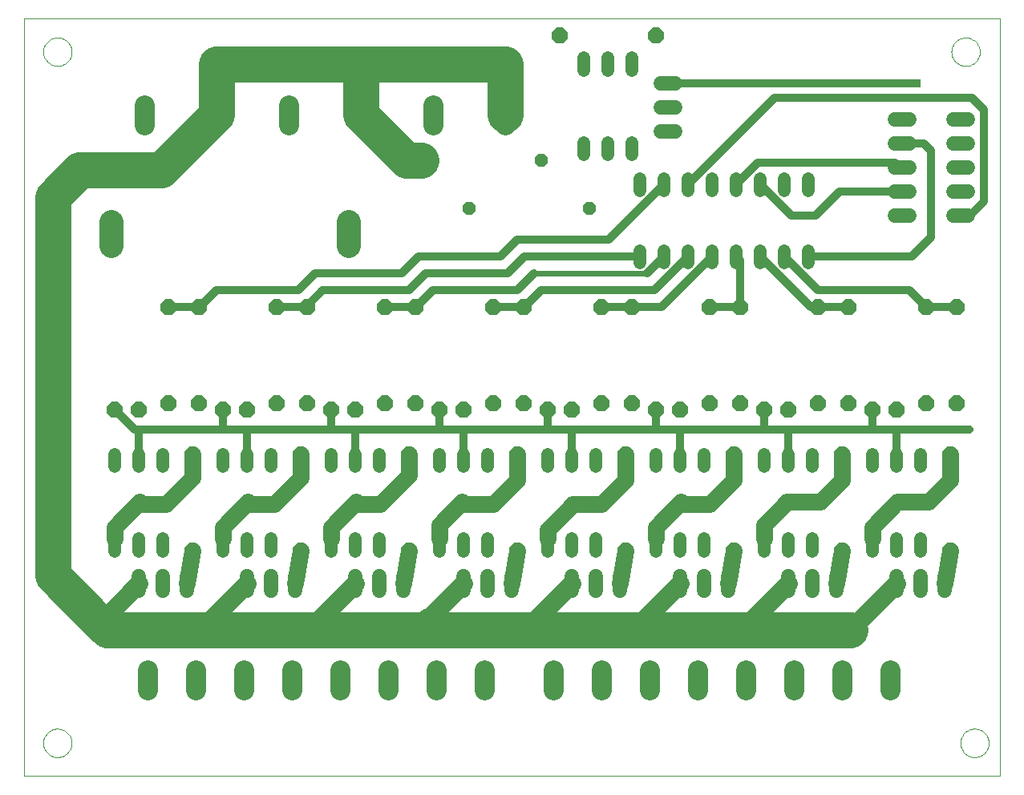
<source format=gtl>
G75*
%MOIN*%
%OFA0B0*%
%FSLAX24Y24*%
%IPPOS*%
%LPD*%
%AMOC8*
5,1,8,0,0,1.08239X$1,22.5*
%
%ADD10C,0.0000*%
%ADD11C,0.0600*%
%ADD12C,0.0520*%
%ADD13OC8,0.0660*%
%ADD14C,0.0825*%
%ADD15C,0.1000*%
%ADD16OC8,0.0560*%
%ADD17C,0.0320*%
%ADD18R,0.0356X0.0356*%
%ADD19C,0.0700*%
%ADD20C,0.1500*%
%ADD21C,0.0760*%
%ADD22C,0.0860*%
%ADD23C,0.0240*%
D10*
X000325Y000425D02*
X000325Y031921D01*
X040876Y031921D01*
X040876Y000425D01*
X000325Y000425D01*
X001109Y001800D02*
X001111Y001848D01*
X001117Y001896D01*
X001127Y001943D01*
X001140Y001989D01*
X001158Y002034D01*
X001178Y002078D01*
X001203Y002120D01*
X001231Y002159D01*
X001261Y002196D01*
X001295Y002230D01*
X001332Y002262D01*
X001370Y002291D01*
X001411Y002316D01*
X001454Y002338D01*
X001499Y002356D01*
X001545Y002370D01*
X001592Y002381D01*
X001640Y002388D01*
X001688Y002391D01*
X001736Y002390D01*
X001784Y002385D01*
X001832Y002376D01*
X001878Y002364D01*
X001923Y002347D01*
X001967Y002327D01*
X002009Y002304D01*
X002049Y002277D01*
X002087Y002247D01*
X002122Y002214D01*
X002154Y002178D01*
X002184Y002140D01*
X002210Y002099D01*
X002232Y002056D01*
X002252Y002012D01*
X002267Y001967D01*
X002279Y001920D01*
X002287Y001872D01*
X002291Y001824D01*
X002291Y001776D01*
X002287Y001728D01*
X002279Y001680D01*
X002267Y001633D01*
X002252Y001588D01*
X002232Y001544D01*
X002210Y001501D01*
X002184Y001460D01*
X002154Y001422D01*
X002122Y001386D01*
X002087Y001353D01*
X002049Y001323D01*
X002009Y001296D01*
X001967Y001273D01*
X001923Y001253D01*
X001878Y001236D01*
X001832Y001224D01*
X001784Y001215D01*
X001736Y001210D01*
X001688Y001209D01*
X001640Y001212D01*
X001592Y001219D01*
X001545Y001230D01*
X001499Y001244D01*
X001454Y001262D01*
X001411Y001284D01*
X001370Y001309D01*
X001332Y001338D01*
X001295Y001370D01*
X001261Y001404D01*
X001231Y001441D01*
X001203Y001480D01*
X001178Y001522D01*
X001158Y001566D01*
X001140Y001611D01*
X001127Y001657D01*
X001117Y001704D01*
X001111Y001752D01*
X001109Y001800D01*
X001109Y030550D02*
X001111Y030598D01*
X001117Y030646D01*
X001127Y030693D01*
X001140Y030739D01*
X001158Y030784D01*
X001178Y030828D01*
X001203Y030870D01*
X001231Y030909D01*
X001261Y030946D01*
X001295Y030980D01*
X001332Y031012D01*
X001370Y031041D01*
X001411Y031066D01*
X001454Y031088D01*
X001499Y031106D01*
X001545Y031120D01*
X001592Y031131D01*
X001640Y031138D01*
X001688Y031141D01*
X001736Y031140D01*
X001784Y031135D01*
X001832Y031126D01*
X001878Y031114D01*
X001923Y031097D01*
X001967Y031077D01*
X002009Y031054D01*
X002049Y031027D01*
X002087Y030997D01*
X002122Y030964D01*
X002154Y030928D01*
X002184Y030890D01*
X002210Y030849D01*
X002232Y030806D01*
X002252Y030762D01*
X002267Y030717D01*
X002279Y030670D01*
X002287Y030622D01*
X002291Y030574D01*
X002291Y030526D01*
X002287Y030478D01*
X002279Y030430D01*
X002267Y030383D01*
X002252Y030338D01*
X002232Y030294D01*
X002210Y030251D01*
X002184Y030210D01*
X002154Y030172D01*
X002122Y030136D01*
X002087Y030103D01*
X002049Y030073D01*
X002009Y030046D01*
X001967Y030023D01*
X001923Y030003D01*
X001878Y029986D01*
X001832Y029974D01*
X001784Y029965D01*
X001736Y029960D01*
X001688Y029959D01*
X001640Y029962D01*
X001592Y029969D01*
X001545Y029980D01*
X001499Y029994D01*
X001454Y030012D01*
X001411Y030034D01*
X001370Y030059D01*
X001332Y030088D01*
X001295Y030120D01*
X001261Y030154D01*
X001231Y030191D01*
X001203Y030230D01*
X001178Y030272D01*
X001158Y030316D01*
X001140Y030361D01*
X001127Y030407D01*
X001117Y030454D01*
X001111Y030502D01*
X001109Y030550D01*
X038859Y030550D02*
X038861Y030598D01*
X038867Y030646D01*
X038877Y030693D01*
X038890Y030739D01*
X038908Y030784D01*
X038928Y030828D01*
X038953Y030870D01*
X038981Y030909D01*
X039011Y030946D01*
X039045Y030980D01*
X039082Y031012D01*
X039120Y031041D01*
X039161Y031066D01*
X039204Y031088D01*
X039249Y031106D01*
X039295Y031120D01*
X039342Y031131D01*
X039390Y031138D01*
X039438Y031141D01*
X039486Y031140D01*
X039534Y031135D01*
X039582Y031126D01*
X039628Y031114D01*
X039673Y031097D01*
X039717Y031077D01*
X039759Y031054D01*
X039799Y031027D01*
X039837Y030997D01*
X039872Y030964D01*
X039904Y030928D01*
X039934Y030890D01*
X039960Y030849D01*
X039982Y030806D01*
X040002Y030762D01*
X040017Y030717D01*
X040029Y030670D01*
X040037Y030622D01*
X040041Y030574D01*
X040041Y030526D01*
X040037Y030478D01*
X040029Y030430D01*
X040017Y030383D01*
X040002Y030338D01*
X039982Y030294D01*
X039960Y030251D01*
X039934Y030210D01*
X039904Y030172D01*
X039872Y030136D01*
X039837Y030103D01*
X039799Y030073D01*
X039759Y030046D01*
X039717Y030023D01*
X039673Y030003D01*
X039628Y029986D01*
X039582Y029974D01*
X039534Y029965D01*
X039486Y029960D01*
X039438Y029959D01*
X039390Y029962D01*
X039342Y029969D01*
X039295Y029980D01*
X039249Y029994D01*
X039204Y030012D01*
X039161Y030034D01*
X039120Y030059D01*
X039082Y030088D01*
X039045Y030120D01*
X039011Y030154D01*
X038981Y030191D01*
X038953Y030230D01*
X038928Y030272D01*
X038908Y030316D01*
X038890Y030361D01*
X038877Y030407D01*
X038867Y030454D01*
X038861Y030502D01*
X038859Y030550D01*
X039234Y001800D02*
X039236Y001848D01*
X039242Y001896D01*
X039252Y001943D01*
X039265Y001989D01*
X039283Y002034D01*
X039303Y002078D01*
X039328Y002120D01*
X039356Y002159D01*
X039386Y002196D01*
X039420Y002230D01*
X039457Y002262D01*
X039495Y002291D01*
X039536Y002316D01*
X039579Y002338D01*
X039624Y002356D01*
X039670Y002370D01*
X039717Y002381D01*
X039765Y002388D01*
X039813Y002391D01*
X039861Y002390D01*
X039909Y002385D01*
X039957Y002376D01*
X040003Y002364D01*
X040048Y002347D01*
X040092Y002327D01*
X040134Y002304D01*
X040174Y002277D01*
X040212Y002247D01*
X040247Y002214D01*
X040279Y002178D01*
X040309Y002140D01*
X040335Y002099D01*
X040357Y002056D01*
X040377Y002012D01*
X040392Y001967D01*
X040404Y001920D01*
X040412Y001872D01*
X040416Y001824D01*
X040416Y001776D01*
X040412Y001728D01*
X040404Y001680D01*
X040392Y001633D01*
X040377Y001588D01*
X040357Y001544D01*
X040335Y001501D01*
X040309Y001460D01*
X040279Y001422D01*
X040247Y001386D01*
X040212Y001353D01*
X040174Y001323D01*
X040134Y001296D01*
X040092Y001273D01*
X040048Y001253D01*
X040003Y001236D01*
X039957Y001224D01*
X039909Y001215D01*
X039861Y001210D01*
X039813Y001209D01*
X039765Y001212D01*
X039717Y001219D01*
X039670Y001230D01*
X039624Y001244D01*
X039579Y001262D01*
X039536Y001284D01*
X039495Y001309D01*
X039457Y001338D01*
X039420Y001370D01*
X039386Y001404D01*
X039356Y001441D01*
X039328Y001480D01*
X039303Y001522D01*
X039283Y001566D01*
X039265Y001611D01*
X039252Y001657D01*
X039242Y001704D01*
X039236Y001752D01*
X039234Y001800D01*
D11*
X038575Y008125D02*
X038575Y008725D01*
X037575Y008725D02*
X037575Y008125D01*
X036575Y008125D02*
X036575Y008725D01*
X034075Y008725D02*
X034075Y008125D01*
X033075Y008125D02*
X033075Y008725D01*
X032075Y008725D02*
X032075Y008125D01*
X029575Y008125D02*
X029575Y008725D01*
X028575Y008725D02*
X028575Y008125D01*
X027575Y008125D02*
X027575Y008725D01*
X025075Y008725D02*
X025075Y008125D01*
X024075Y008125D02*
X024075Y008725D01*
X023075Y008725D02*
X023075Y008125D01*
X020575Y008125D02*
X020575Y008725D01*
X019575Y008725D02*
X019575Y008125D01*
X018575Y008125D02*
X018575Y008725D01*
X016075Y008725D02*
X016075Y008125D01*
X015075Y008125D02*
X015075Y008725D01*
X014075Y008725D02*
X014075Y008125D01*
X011575Y008125D02*
X011575Y008725D01*
X010575Y008725D02*
X010575Y008125D01*
X009575Y008125D02*
X009575Y008725D01*
X007075Y008725D02*
X007075Y008125D01*
X006075Y008125D02*
X006075Y008725D01*
X005075Y008725D02*
X005075Y008125D01*
X026775Y027225D02*
X027375Y027225D01*
X027375Y028225D02*
X026775Y028225D01*
X026775Y029225D02*
X027375Y029225D01*
X036525Y027725D02*
X037125Y027725D01*
X037125Y026725D02*
X036525Y026725D01*
X036525Y025725D02*
X037125Y025725D01*
X037125Y024725D02*
X036525Y024725D01*
X036525Y023725D02*
X037125Y023725D01*
X038945Y023734D02*
X039545Y023734D01*
X039545Y024734D02*
X038945Y024734D01*
X038945Y025734D02*
X039545Y025734D01*
X039545Y026734D02*
X038945Y026734D01*
X038945Y027734D02*
X039545Y027734D01*
D12*
X032925Y025285D02*
X032925Y024765D01*
X031925Y024765D02*
X031925Y025285D01*
X030925Y025285D02*
X030925Y024765D01*
X029925Y024765D02*
X029925Y025285D01*
X028925Y025285D02*
X028925Y024765D01*
X027925Y024765D02*
X027925Y025285D01*
X026925Y025285D02*
X026925Y024765D01*
X025925Y024765D02*
X025925Y025285D01*
X025575Y026255D02*
X025575Y026775D01*
X024575Y026775D02*
X024575Y026255D01*
X023575Y026255D02*
X023575Y026775D01*
X023575Y029775D02*
X023575Y030295D01*
X024575Y030295D02*
X024575Y029775D01*
X025575Y029775D02*
X025575Y030295D01*
X025925Y022285D02*
X025925Y021765D01*
X026925Y021765D02*
X026925Y022285D01*
X027925Y022285D02*
X027925Y021765D01*
X028925Y021765D02*
X028925Y022285D01*
X029925Y022285D02*
X029925Y021765D01*
X030925Y021765D02*
X030925Y022285D01*
X031925Y022285D02*
X031925Y021765D01*
X032925Y021765D02*
X032925Y022285D01*
X033075Y013820D02*
X033075Y013300D01*
X032075Y013300D02*
X032075Y013820D01*
X031075Y013820D02*
X031075Y013300D01*
X028575Y013300D02*
X028575Y013820D01*
X027575Y013820D02*
X027575Y013300D01*
X026575Y013300D02*
X026575Y013820D01*
X024075Y013820D02*
X024075Y013300D01*
X023075Y013300D02*
X023075Y013820D01*
X022075Y013820D02*
X022075Y013300D01*
X019575Y013300D02*
X019575Y013820D01*
X018575Y013820D02*
X018575Y013300D01*
X017575Y013300D02*
X017575Y013820D01*
X015075Y013820D02*
X015075Y013300D01*
X014075Y013300D02*
X014075Y013820D01*
X013075Y013820D02*
X013075Y013300D01*
X010575Y013300D02*
X010575Y013820D01*
X009575Y013820D02*
X009575Y013300D01*
X008575Y013300D02*
X008575Y013820D01*
X006075Y013820D02*
X006075Y013300D01*
X005075Y013300D02*
X005075Y013820D01*
X004075Y013820D02*
X004075Y013300D01*
X004075Y010300D02*
X004075Y009780D01*
X005075Y009780D02*
X005075Y010300D01*
X006075Y010300D02*
X006075Y009780D01*
X008575Y009780D02*
X008575Y010300D01*
X009575Y010300D02*
X009575Y009780D01*
X010575Y009780D02*
X010575Y010300D01*
X013075Y010300D02*
X013075Y009780D01*
X014075Y009780D02*
X014075Y010300D01*
X015075Y010300D02*
X015075Y009780D01*
X017575Y009780D02*
X017575Y010300D01*
X018575Y010300D02*
X018575Y009780D01*
X019575Y009780D02*
X019575Y010300D01*
X022075Y010300D02*
X022075Y009780D01*
X023075Y009780D02*
X023075Y010300D01*
X024075Y010300D02*
X024075Y009780D01*
X026575Y009780D02*
X026575Y010300D01*
X027575Y010300D02*
X027575Y009780D01*
X028575Y009780D02*
X028575Y010300D01*
X031075Y010300D02*
X031075Y009780D01*
X032075Y009780D02*
X032075Y010300D01*
X033075Y010300D02*
X033075Y009780D01*
X035575Y009780D02*
X035575Y010300D01*
X036575Y010300D02*
X036575Y009780D01*
X037575Y009780D02*
X037575Y010300D01*
X037575Y013300D02*
X037575Y013820D01*
X036575Y013820D02*
X036575Y013300D01*
X035575Y013300D02*
X035575Y013820D01*
D13*
X034325Y013800D03*
X035575Y015675D03*
X034575Y015925D03*
X033325Y015925D03*
X032075Y015675D03*
X031075Y015675D03*
X030075Y015925D03*
X028825Y015925D03*
X027575Y015675D03*
X026575Y015675D03*
X025575Y015925D03*
X024325Y015925D03*
X023075Y015675D03*
X022075Y015675D03*
X021075Y015925D03*
X019825Y015925D03*
X018575Y015675D03*
X017575Y015675D03*
X016575Y015925D03*
X015325Y015925D03*
X014075Y015675D03*
X013075Y015675D03*
X012075Y015925D03*
X010825Y015925D03*
X009575Y015675D03*
X008575Y015675D03*
X007575Y015925D03*
X006325Y015925D03*
X005075Y015675D03*
X004075Y015675D03*
X007325Y013800D03*
X011825Y013800D03*
X016325Y013800D03*
X020825Y013800D03*
X025325Y013800D03*
X029825Y013800D03*
X029825Y009800D03*
X025325Y009800D03*
X020825Y009800D03*
X016325Y009800D03*
X011825Y009800D03*
X007325Y009800D03*
X007575Y019925D03*
X006325Y019925D03*
X010825Y019925D03*
X012075Y019925D03*
X015325Y019925D03*
X016575Y019925D03*
X019825Y019925D03*
X021075Y019925D03*
X024325Y019925D03*
X025575Y019925D03*
X028825Y019925D03*
X030075Y019925D03*
X033325Y019925D03*
X034575Y019925D03*
X037825Y019925D03*
X039075Y019925D03*
X039075Y015925D03*
X037825Y015925D03*
X036575Y015675D03*
X038825Y013800D03*
X038825Y009800D03*
X034325Y009800D03*
X026575Y031225D03*
X022575Y031225D03*
D14*
X020325Y028338D02*
X020325Y027513D01*
X017325Y027513D02*
X017325Y028338D01*
X014325Y028338D02*
X014325Y027513D01*
X011325Y027513D02*
X011325Y028338D01*
X008325Y028338D02*
X008325Y027513D01*
X005325Y027513D02*
X005325Y028338D01*
X005450Y004838D02*
X005450Y004013D01*
X007450Y004013D02*
X007450Y004838D01*
X009450Y004838D02*
X009450Y004013D01*
X011450Y004013D02*
X011450Y004838D01*
X013450Y004838D02*
X013450Y004013D01*
X015450Y004013D02*
X015450Y004838D01*
X017450Y004838D02*
X017450Y004013D01*
X019450Y004013D02*
X019450Y004838D01*
X022325Y004838D02*
X022325Y004013D01*
X024325Y004013D02*
X024325Y004838D01*
X026325Y004838D02*
X026325Y004013D01*
X028325Y004013D02*
X028325Y004838D01*
X030325Y004838D02*
X030325Y004013D01*
X032325Y004013D02*
X032325Y004838D01*
X034325Y004838D02*
X034325Y004013D01*
X036325Y004013D02*
X036325Y004838D01*
D15*
X013805Y022475D02*
X013805Y023475D01*
X003945Y023475D02*
X003945Y022475D01*
D16*
X016825Y026025D03*
X018800Y024050D03*
X021825Y026025D03*
X023800Y024050D03*
D17*
X024625Y022725D02*
X020825Y022725D01*
X020125Y022025D01*
X016725Y022025D01*
X016025Y021325D01*
X012425Y021325D01*
X011725Y020625D01*
X008325Y020625D01*
X007625Y019925D01*
X007575Y019925D01*
X006325Y019925D01*
X010825Y019925D02*
X012075Y019925D01*
X012075Y019975D01*
X012725Y020625D01*
X016325Y020625D01*
X017025Y021325D01*
X020425Y021325D01*
X021125Y022025D01*
X025925Y022025D01*
X026225Y021325D02*
X026925Y022025D01*
X027925Y022025D02*
X026525Y020625D01*
X021825Y020625D01*
X021125Y019925D01*
X021075Y019925D01*
X019825Y019925D01*
X020825Y020625D02*
X017325Y020625D01*
X016625Y019925D01*
X016575Y019925D01*
X015325Y019925D01*
X013075Y015675D02*
X013075Y014825D01*
X014075Y014825D01*
X014075Y013300D01*
X014075Y014825D02*
X017575Y014825D01*
X017575Y015675D01*
X017575Y014825D02*
X018575Y014825D01*
X018575Y013300D01*
X018575Y014825D02*
X022075Y014825D01*
X022075Y015675D01*
X022075Y014825D02*
X023075Y014825D01*
X023075Y013300D01*
X023075Y014825D02*
X026575Y014825D01*
X026575Y015675D01*
X026575Y014825D02*
X027575Y014825D01*
X027575Y013300D01*
X027575Y014825D02*
X031075Y014825D01*
X031075Y015675D01*
X031075Y014825D02*
X032075Y014825D01*
X032075Y013300D01*
X032075Y014825D02*
X035575Y014825D01*
X035575Y015675D01*
X035575Y014825D02*
X036575Y014825D01*
X036575Y013300D01*
X036575Y014825D02*
X039625Y014825D01*
X039075Y019925D02*
X037825Y019925D01*
X037125Y020625D01*
X033325Y020625D01*
X031925Y022025D01*
X030925Y022025D02*
X033025Y019925D01*
X033325Y019925D01*
X034575Y019925D01*
X032925Y022025D02*
X037225Y022025D01*
X038025Y022825D01*
X038025Y026425D01*
X037725Y026725D01*
X036825Y026725D01*
X036525Y025925D02*
X030825Y025925D01*
X029925Y025025D01*
X030925Y025025D02*
X032225Y023725D01*
X033225Y023725D01*
X034225Y024725D01*
X036825Y024725D01*
X036825Y025725D02*
X036725Y025725D01*
X036525Y025925D01*
X039245Y023734D02*
X039634Y023734D01*
X040225Y024325D01*
X040225Y028125D01*
X039725Y028625D01*
X031525Y028625D01*
X027925Y025025D01*
X026925Y025025D02*
X024625Y022725D01*
X021525Y021325D02*
X020825Y020625D01*
X024325Y019925D02*
X025575Y019925D01*
X026825Y019925D01*
X028925Y022025D01*
X029925Y022025D02*
X030075Y021875D01*
X030075Y019925D01*
X028825Y019925D01*
X027075Y029225D02*
X037425Y029225D01*
X013075Y014825D02*
X009575Y014825D01*
X009575Y013300D01*
X009575Y014825D02*
X008575Y014825D01*
X008575Y015675D01*
X008575Y014825D02*
X005075Y014825D01*
X005075Y013300D01*
X005075Y014825D02*
X004925Y014825D01*
X004075Y015675D01*
D18*
X037425Y029225D03*
D19*
X038825Y013800D02*
X038825Y012725D01*
X037925Y011825D01*
X036625Y011825D01*
X035575Y010775D01*
X035575Y010300D01*
X034325Y009800D02*
X034075Y008425D01*
X031075Y010300D02*
X031075Y010875D01*
X031875Y011675D01*
X032025Y011825D01*
X033425Y011825D01*
X034325Y012725D01*
X034325Y013800D01*
X029825Y013800D02*
X029825Y012725D01*
X028825Y011725D01*
X027725Y011725D01*
X027625Y011825D01*
X026575Y010775D01*
X026575Y010300D01*
X025325Y009800D02*
X025075Y008425D01*
X022075Y010300D02*
X022075Y010675D01*
X022975Y011575D01*
X023125Y011725D01*
X024325Y011725D01*
X025325Y012725D01*
X025325Y013800D01*
X020825Y013800D02*
X020825Y012725D01*
X019825Y011725D01*
X018625Y011725D01*
X018525Y011825D01*
X017575Y010875D01*
X017575Y010300D01*
X016325Y009800D02*
X016075Y008425D01*
X013075Y010300D02*
X013075Y010775D01*
X014125Y011825D01*
X014225Y011725D01*
X015125Y011725D01*
X016325Y012925D01*
X016325Y013800D01*
X011825Y013800D02*
X011825Y012825D01*
X010725Y011725D01*
X009725Y011725D01*
X009625Y011825D01*
X008575Y010775D01*
X008575Y010300D01*
X007325Y009800D02*
X007075Y008425D01*
X004075Y010300D02*
X004075Y010775D01*
X005125Y011825D01*
X005225Y011725D01*
X006225Y011725D01*
X007325Y012825D01*
X007325Y013800D01*
X011825Y009800D02*
X011575Y008425D01*
X020575Y008425D02*
X020825Y009800D01*
X029575Y008425D02*
X029825Y009800D01*
X038575Y008425D02*
X038825Y009800D01*
D20*
X034644Y006494D02*
X030325Y006494D01*
X025625Y006494D01*
X021025Y006494D01*
X016725Y006494D01*
X012425Y006494D01*
X007725Y006494D01*
X003773Y006494D01*
X003384Y006884D01*
X001508Y008759D01*
X001508Y024508D01*
X002625Y025625D01*
X006025Y025625D01*
X008325Y027925D01*
X008325Y030025D01*
X014325Y030025D01*
X014325Y027925D01*
X016225Y026025D01*
X016825Y026025D01*
X020325Y027925D02*
X020325Y030025D01*
X014325Y030025D01*
D21*
X014075Y008425D02*
X012425Y006775D01*
X009575Y008425D02*
X007725Y006575D01*
X005075Y008425D02*
X003534Y006884D01*
X017125Y006975D02*
X018575Y008425D01*
X021144Y006494D02*
X023075Y008425D01*
X025644Y006494D02*
X027575Y008425D01*
X030325Y006675D02*
X032075Y008425D01*
X034644Y006494D02*
X036575Y008425D01*
D22*
X030325Y006675D02*
X030325Y006494D01*
X025644Y006494D02*
X025625Y006494D01*
X021144Y006494D02*
X021025Y006494D01*
X017125Y006725D02*
X016894Y006494D01*
X016725Y006494D01*
X017125Y006725D02*
X017125Y006975D01*
X012425Y006775D02*
X012425Y006494D01*
X007725Y006575D02*
X007725Y006494D01*
X003534Y006884D02*
X003384Y006884D01*
D23*
X021525Y021325D02*
X026225Y021325D01*
M02*

</source>
